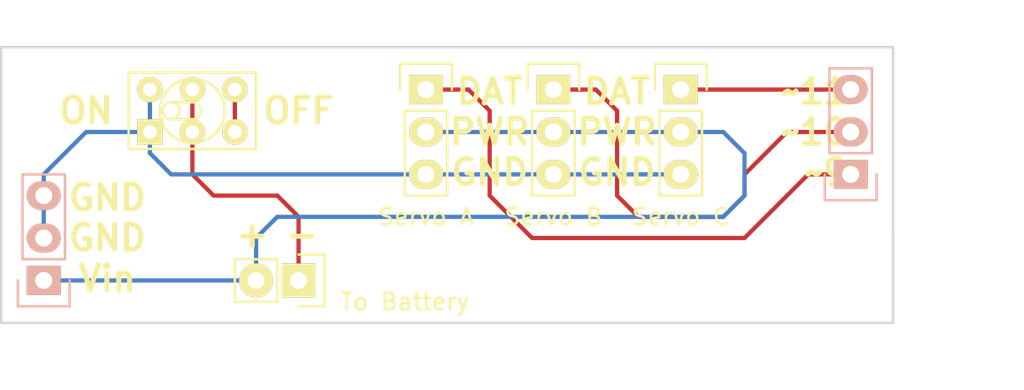
<source format=kicad_pcb>
(kicad_pcb (version 4) (host pcbnew 4.0.2-stable)

  (general
    (links 16)
    (no_connects 0)
    (area 137.084999 78.8872 198.3728 103.8228)
    (thickness 1.6)
    (drawings 12)
    (tracks 46)
    (zones 0)
    (modules 7)
    (nets 8)
  )

  (page A4)
  (layers
    (0 F.Cu signal)
    (31 B.Cu signal)
    (36 B.SilkS user)
    (37 F.SilkS user)
    (38 B.Mask user)
    (39 F.Mask user)
    (40 Dwgs.User user)
    (41 Cmts.User user)
    (42 Eco1.User user)
    (43 Eco2.User user)
    (44 Edge.Cuts user)
    (45 Margin user)
  )

  (setup
    (last_trace_width 0.254)
    (trace_clearance 0.1778)
    (zone_clearance 0.508)
    (zone_45_only no)
    (trace_min 0.2)
    (segment_width 0.2)
    (edge_width 0.15)
    (via_size 0.6)
    (via_drill 0.4)
    (via_min_size 0.4)
    (via_min_drill 0.3)
    (uvia_size 0.3)
    (uvia_drill 0.1)
    (uvias_allowed no)
    (uvia_min_size 0.2)
    (uvia_min_drill 0.1)
    (pcb_text_width 0.3)
    (pcb_text_size 1.5 1.5)
    (mod_edge_width 0.15)
    (mod_text_size 1 1)
    (mod_text_width 0.15)
    (pad_size 1.524 1.524)
    (pad_drill 0.762)
    (pad_to_mask_clearance 0.2)
    (aux_axis_origin 137.16 99.06)
    (grid_origin 137.16 99.06)
    (visible_elements 7FFFFFFF)
    (pcbplotparams
      (layerselection 0x010f0_80000001)
      (usegerberextensions false)
      (excludeedgelayer true)
      (linewidth 0.100000)
      (plotframeref false)
      (viasonmask false)
      (mode 1)
      (useauxorigin false)
      (hpglpennumber 1)
      (hpglpenspeed 20)
      (hpglpendiameter 15)
      (hpglpenoverlay 2)
      (psnegative false)
      (psa4output false)
      (plotreference true)
      (plotvalue true)
      (plotinvisibletext false)
      (padsonsilk false)
      (subtractmaskfromsilk false)
      (outputformat 1)
      (mirror false)
      (drillshape 0)
      (scaleselection 1)
      (outputdirectory gerbers/))
  )

  (net 0 "")
  (net 1 GNDREF)
  (net 2 +5V)
  (net 3 "Net-(P2-Pad1)")
  (net 4 "Net-(P2-Pad3)")
  (net 5 "Net-(P3-Pad2)")
  (net 6 "Net-(P3-Pad3)")
  (net 7 "Net-(SW1-Pad3)")

  (net_class Default "This is the default net class."
    (clearance 0.1778)
    (trace_width 0.254)
    (via_dia 0.6)
    (via_drill 0.4)
    (uvia_dia 0.3)
    (uvia_drill 0.1)
    (add_net +5V)
    (add_net GNDREF)
    (add_net "Net-(P2-Pad1)")
    (add_net "Net-(P2-Pad3)")
    (add_net "Net-(P3-Pad2)")
    (add_net "Net-(P3-Pad3)")
    (add_net "Net-(SW1-Pad3)")
  )

  (module Pin_Headers:Pin_Header_Straight_1x02 (layer F.Cu) (tedit 571DA77F) (tstamp 571D9BA6)
    (at 154.94 96.52 270)
    (descr "Through hole pin header")
    (tags "pin header")
    (path /571D995E)
    (fp_text reference "" (at 6.35 -6.35 270) (layer F.SilkS)
      (effects (font (size 1 1) (thickness 0.15)))
    )
    (fp_text value "To Battery" (at 1.27 -6.35 360) (layer F.SilkS)
      (effects (font (size 1 1) (thickness 0.15)))
    )
    (fp_line (start 1.27 1.27) (end 1.27 3.81) (layer F.SilkS) (width 0.15))
    (fp_line (start 1.55 -1.55) (end 1.55 0) (layer F.SilkS) (width 0.15))
    (fp_line (start -1.75 -1.75) (end -1.75 4.3) (layer F.CrtYd) (width 0.05))
    (fp_line (start 1.75 -1.75) (end 1.75 4.3) (layer F.CrtYd) (width 0.05))
    (fp_line (start -1.75 -1.75) (end 1.75 -1.75) (layer F.CrtYd) (width 0.05))
    (fp_line (start -1.75 4.3) (end 1.75 4.3) (layer F.CrtYd) (width 0.05))
    (fp_line (start 1.27 1.27) (end -1.27 1.27) (layer F.SilkS) (width 0.15))
    (fp_line (start -1.55 0) (end -1.55 -1.55) (layer F.SilkS) (width 0.15))
    (fp_line (start -1.55 -1.55) (end 1.55 -1.55) (layer F.SilkS) (width 0.15))
    (fp_line (start -1.27 1.27) (end -1.27 3.81) (layer F.SilkS) (width 0.15))
    (fp_line (start -1.27 3.81) (end 1.27 3.81) (layer F.SilkS) (width 0.15))
    (pad 1 thru_hole rect (at 0 0 270) (size 2.032 2.032) (drill 1.016) (layers *.Cu *.Mask F.SilkS)
      (net 1 GNDREF))
    (pad 2 thru_hole oval (at 0 2.54 270) (size 2.032 2.032) (drill 1.016) (layers *.Cu *.Mask F.SilkS)
      (net 2 +5V))
    (model Pin_Headers.3dshapes/Pin_Header_Straight_1x02.wrl
      (at (xyz 0 -0.05 0))
      (scale (xyz 1 1 1))
      (rotate (xyz 0 0 90))
    )
  )

  (module Pin_Headers:Pin_Header_Straight_1x03 (layer F.Cu) (tedit 571DA785) (tstamp 571D9BB8)
    (at 162.56 85.09)
    (descr "Through hole pin header")
    (tags "pin header")
    (path /571D94CE)
    (fp_text reference "" (at 0 -5.1) (layer F.SilkS)
      (effects (font (size 1 1) (thickness 0.15)))
    )
    (fp_text value "Servo A" (at 0 7.62) (layer F.SilkS)
      (effects (font (size 1 1) (thickness 0.15)))
    )
    (fp_line (start -1.75 -1.75) (end -1.75 6.85) (layer F.CrtYd) (width 0.05))
    (fp_line (start 1.75 -1.75) (end 1.75 6.85) (layer F.CrtYd) (width 0.05))
    (fp_line (start -1.75 -1.75) (end 1.75 -1.75) (layer F.CrtYd) (width 0.05))
    (fp_line (start -1.75 6.85) (end 1.75 6.85) (layer F.CrtYd) (width 0.05))
    (fp_line (start -1.27 1.27) (end -1.27 6.35) (layer F.SilkS) (width 0.15))
    (fp_line (start -1.27 6.35) (end 1.27 6.35) (layer F.SilkS) (width 0.15))
    (fp_line (start 1.27 6.35) (end 1.27 1.27) (layer F.SilkS) (width 0.15))
    (fp_line (start 1.55 -1.55) (end 1.55 0) (layer F.SilkS) (width 0.15))
    (fp_line (start 1.27 1.27) (end -1.27 1.27) (layer F.SilkS) (width 0.15))
    (fp_line (start -1.55 0) (end -1.55 -1.55) (layer F.SilkS) (width 0.15))
    (fp_line (start -1.55 -1.55) (end 1.55 -1.55) (layer F.SilkS) (width 0.15))
    (pad 1 thru_hole rect (at 0 0) (size 2.032 1.7272) (drill 1.016) (layers *.Cu *.Mask F.SilkS)
      (net 3 "Net-(P2-Pad1)"))
    (pad 2 thru_hole oval (at 0 2.54) (size 2.032 1.7272) (drill 1.016) (layers *.Cu *.Mask F.SilkS)
      (net 2 +5V))
    (pad 3 thru_hole oval (at 0 5.08) (size 2.032 1.7272) (drill 1.016) (layers *.Cu *.Mask F.SilkS)
      (net 4 "Net-(P2-Pad3)"))
    (model Pin_Headers.3dshapes/Pin_Header_Straight_1x03.wrl
      (at (xyz 0 -0.1 0))
      (scale (xyz 1 1 1))
      (rotate (xyz 0 0 90))
    )
  )

  (module Pin_Headers:Pin_Header_Straight_1x03 (layer B.Cu) (tedit 571DA90F) (tstamp 571D9BCA)
    (at 187.96 90.17)
    (descr "Through hole pin header")
    (tags "pin header")
    (path /571D976E)
    (fp_text reference "" (at 10.16 5.08) (layer B.SilkS)
      (effects (font (size 1 1) (thickness 0.15)) (justify mirror))
    )
    (fp_text value "" (at 8.89 1.27 90) (layer B.Fab)
      (effects (font (size 1 1) (thickness 0.15)) (justify mirror))
    )
    (fp_line (start -1.75 1.75) (end -1.75 -6.85) (layer B.CrtYd) (width 0.05))
    (fp_line (start 1.75 1.75) (end 1.75 -6.85) (layer B.CrtYd) (width 0.05))
    (fp_line (start -1.75 1.75) (end 1.75 1.75) (layer B.CrtYd) (width 0.05))
    (fp_line (start -1.75 -6.85) (end 1.75 -6.85) (layer B.CrtYd) (width 0.05))
    (fp_line (start -1.27 -1.27) (end -1.27 -6.35) (layer B.SilkS) (width 0.15))
    (fp_line (start -1.27 -6.35) (end 1.27 -6.35) (layer B.SilkS) (width 0.15))
    (fp_line (start 1.27 -6.35) (end 1.27 -1.27) (layer B.SilkS) (width 0.15))
    (fp_line (start 1.55 1.55) (end 1.55 0) (layer B.SilkS) (width 0.15))
    (fp_line (start 1.27 -1.27) (end -1.27 -1.27) (layer B.SilkS) (width 0.15))
    (fp_line (start -1.55 0) (end -1.55 1.55) (layer B.SilkS) (width 0.15))
    (fp_line (start -1.55 1.55) (end 1.55 1.55) (layer B.SilkS) (width 0.15))
    (pad 1 thru_hole rect (at 0 0) (size 2.032 1.7272) (drill 1.016) (layers *.Cu *.Mask B.SilkS)
      (net 3 "Net-(P2-Pad1)"))
    (pad 2 thru_hole oval (at 0 -2.54) (size 2.032 1.7272) (drill 1.016) (layers *.Cu *.Mask B.SilkS)
      (net 5 "Net-(P3-Pad2)"))
    (pad 3 thru_hole oval (at 0 -5.08) (size 2.032 1.7272) (drill 1.016) (layers *.Cu *.Mask B.SilkS)
      (net 6 "Net-(P3-Pad3)"))
    (model Pin_Headers.3dshapes/Pin_Header_Straight_1x03.wrl
      (at (xyz 0 -0.1 0))
      (scale (xyz 1 1 1))
      (rotate (xyz 0 0 90))
    )
  )

  (module Pin_Headers:Pin_Header_Straight_1x03 (layer F.Cu) (tedit 571DA787) (tstamp 571D9BDC)
    (at 170.18 85.09)
    (descr "Through hole pin header")
    (tags "pin header")
    (path /571D9672)
    (fp_text reference "" (at 0 -5.1) (layer F.SilkS)
      (effects (font (size 1 1) (thickness 0.15)))
    )
    (fp_text value "Servo B" (at 0 7.62) (layer F.SilkS)
      (effects (font (size 1 1) (thickness 0.15)))
    )
    (fp_line (start -1.75 -1.75) (end -1.75 6.85) (layer F.CrtYd) (width 0.05))
    (fp_line (start 1.75 -1.75) (end 1.75 6.85) (layer F.CrtYd) (width 0.05))
    (fp_line (start -1.75 -1.75) (end 1.75 -1.75) (layer F.CrtYd) (width 0.05))
    (fp_line (start -1.75 6.85) (end 1.75 6.85) (layer F.CrtYd) (width 0.05))
    (fp_line (start -1.27 1.27) (end -1.27 6.35) (layer F.SilkS) (width 0.15))
    (fp_line (start -1.27 6.35) (end 1.27 6.35) (layer F.SilkS) (width 0.15))
    (fp_line (start 1.27 6.35) (end 1.27 1.27) (layer F.SilkS) (width 0.15))
    (fp_line (start 1.55 -1.55) (end 1.55 0) (layer F.SilkS) (width 0.15))
    (fp_line (start 1.27 1.27) (end -1.27 1.27) (layer F.SilkS) (width 0.15))
    (fp_line (start -1.55 0) (end -1.55 -1.55) (layer F.SilkS) (width 0.15))
    (fp_line (start -1.55 -1.55) (end 1.55 -1.55) (layer F.SilkS) (width 0.15))
    (pad 1 thru_hole rect (at 0 0) (size 2.032 1.7272) (drill 1.016) (layers *.Cu *.Mask F.SilkS)
      (net 5 "Net-(P3-Pad2)"))
    (pad 2 thru_hole oval (at 0 2.54) (size 2.032 1.7272) (drill 1.016) (layers *.Cu *.Mask F.SilkS)
      (net 2 +5V))
    (pad 3 thru_hole oval (at 0 5.08) (size 2.032 1.7272) (drill 1.016) (layers *.Cu *.Mask F.SilkS)
      (net 4 "Net-(P2-Pad3)"))
    (model Pin_Headers.3dshapes/Pin_Header_Straight_1x03.wrl
      (at (xyz 0 -0.1 0))
      (scale (xyz 1 1 1))
      (rotate (xyz 0 0 90))
    )
  )

  (module Pin_Headers:Pin_Header_Straight_1x03 (layer F.Cu) (tedit 571DA78B) (tstamp 571D9BEE)
    (at 177.8 85.09)
    (descr "Through hole pin header")
    (tags "pin header")
    (path /571D96AA)
    (fp_text reference "" (at 0 -5.1 90) (layer F.SilkS)
      (effects (font (size 1 1) (thickness 0.15)))
    )
    (fp_text value "Servo C" (at 0 7.62) (layer F.SilkS)
      (effects (font (size 1 1) (thickness 0.15)))
    )
    (fp_line (start -1.75 -1.75) (end -1.75 6.85) (layer F.CrtYd) (width 0.05))
    (fp_line (start 1.75 -1.75) (end 1.75 6.85) (layer F.CrtYd) (width 0.05))
    (fp_line (start -1.75 -1.75) (end 1.75 -1.75) (layer F.CrtYd) (width 0.05))
    (fp_line (start -1.75 6.85) (end 1.75 6.85) (layer F.CrtYd) (width 0.05))
    (fp_line (start -1.27 1.27) (end -1.27 6.35) (layer F.SilkS) (width 0.15))
    (fp_line (start -1.27 6.35) (end 1.27 6.35) (layer F.SilkS) (width 0.15))
    (fp_line (start 1.27 6.35) (end 1.27 1.27) (layer F.SilkS) (width 0.15))
    (fp_line (start 1.55 -1.55) (end 1.55 0) (layer F.SilkS) (width 0.15))
    (fp_line (start 1.27 1.27) (end -1.27 1.27) (layer F.SilkS) (width 0.15))
    (fp_line (start -1.55 0) (end -1.55 -1.55) (layer F.SilkS) (width 0.15))
    (fp_line (start -1.55 -1.55) (end 1.55 -1.55) (layer F.SilkS) (width 0.15))
    (pad 1 thru_hole rect (at 0 0) (size 2.032 1.7272) (drill 1.016) (layers *.Cu *.Mask F.SilkS)
      (net 6 "Net-(P3-Pad3)"))
    (pad 2 thru_hole oval (at 0 2.54) (size 2.032 1.7272) (drill 1.016) (layers *.Cu *.Mask F.SilkS)
      (net 2 +5V))
    (pad 3 thru_hole oval (at 0 5.08) (size 2.032 1.7272) (drill 1.016) (layers *.Cu *.Mask F.SilkS)
      (net 4 "Net-(P2-Pad3)"))
    (model Pin_Headers.3dshapes/Pin_Header_Straight_1x03.wrl
      (at (xyz 0 -0.1 0))
      (scale (xyz 1 1 1))
      (rotate (xyz 0 0 90))
    )
  )

  (module Pin_Headers:Pin_Header_Straight_1x03 (layer B.Cu) (tedit 571DA797) (tstamp 571D9C00)
    (at 139.7 96.52)
    (descr "Through hole pin header")
    (tags "pin header")
    (path /571D9C0E)
    (fp_text reference "" (at 0 5.1) (layer B.SilkS)
      (effects (font (size 1 1) (thickness 0.15)) (justify mirror))
    )
    (fp_text value "" (at 2.54 6.35) (layer B.Fab)
      (effects (font (size 1 1) (thickness 0.15)) (justify mirror))
    )
    (fp_line (start -1.75 1.75) (end -1.75 -6.85) (layer B.CrtYd) (width 0.05))
    (fp_line (start 1.75 1.75) (end 1.75 -6.85) (layer B.CrtYd) (width 0.05))
    (fp_line (start -1.75 1.75) (end 1.75 1.75) (layer B.CrtYd) (width 0.05))
    (fp_line (start -1.75 -6.85) (end 1.75 -6.85) (layer B.CrtYd) (width 0.05))
    (fp_line (start -1.27 -1.27) (end -1.27 -6.35) (layer B.SilkS) (width 0.15))
    (fp_line (start -1.27 -6.35) (end 1.27 -6.35) (layer B.SilkS) (width 0.15))
    (fp_line (start 1.27 -6.35) (end 1.27 -1.27) (layer B.SilkS) (width 0.15))
    (fp_line (start 1.55 1.55) (end 1.55 0) (layer B.SilkS) (width 0.15))
    (fp_line (start 1.27 -1.27) (end -1.27 -1.27) (layer B.SilkS) (width 0.15))
    (fp_line (start -1.55 0) (end -1.55 1.55) (layer B.SilkS) (width 0.15))
    (fp_line (start -1.55 1.55) (end 1.55 1.55) (layer B.SilkS) (width 0.15))
    (pad 1 thru_hole rect (at 0 0) (size 2.032 1.7272) (drill 1.016) (layers *.Cu *.Mask B.SilkS)
      (net 2 +5V))
    (pad 2 thru_hole oval (at 0 -2.54) (size 2.032 1.7272) (drill 1.016) (layers *.Cu *.Mask B.SilkS)
      (net 4 "Net-(P2-Pad3)"))
    (pad 3 thru_hole oval (at 0 -5.08) (size 2.032 1.7272) (drill 1.016) (layers *.Cu *.Mask B.SilkS)
      (net 4 "Net-(P2-Pad3)"))
    (model Pin_Headers.3dshapes/Pin_Header_Straight_1x03.wrl
      (at (xyz 0 -0.1 0))
      (scale (xyz 1 1 1))
      (rotate (xyz 0 0 90))
    )
  )

  (module Buttons_Switches_ThroughHole:SW_NKK_G1xJP (layer F.Cu) (tedit 571DA793) (tstamp 571DA2B2)
    (at 148.59 86.36)
    (descr "Switch Nikkai ref G1xJP")
    (tags "SWITCH DEV TOGGLE ILLUM SPDT")
    (path /571DBD8A)
    (fp_text reference "" (at 2.54 -6.35) (layer F.SilkS)
      (effects (font (size 1 1) (thickness 0.15)))
    )
    (fp_text value "" (at 0 -5.08) (layer F.Fab)
      (effects (font (size 1 1) (thickness 0.15)))
    )
    (fp_circle (center -1.27 0) (end -1.778 0) (layer F.SilkS) (width 0.15))
    (fp_line (start 0 0.508) (end -1.27 0.508) (layer F.SilkS) (width 0.15))
    (fp_line (start -1.27 -0.508) (end 0 -0.508) (layer F.SilkS) (width 0.15))
    (fp_arc (start 0 0) (end 0 -0.508) (angle 90) (layer F.SilkS) (width 0.15))
    (fp_arc (start 0 0) (end 0.508 0) (angle 90) (layer F.SilkS) (width 0.15))
    (fp_circle (center 0 0) (end -0.762 -1.778) (layer F.SilkS) (width 0.15))
    (fp_line (start 3.81 -2.286) (end 3.81 2.286) (layer F.SilkS) (width 0.15))
    (fp_line (start -3.81 -2.286) (end -3.81 2.286) (layer F.SilkS) (width 0.15))
    (fp_line (start -3.81 -2.286) (end 3.81 -2.286) (layer F.SilkS) (width 0.15))
    (fp_line (start 3.81 2.286) (end -3.81 2.286) (layer F.SilkS) (width 0.15))
    (pad 1 thru_hole rect (at -2.54 1.27) (size 1.524 1.524) (drill 0.8128) (layers *.Cu *.Mask F.SilkS)
      (net 4 "Net-(P2-Pad3)"))
    (pad 2 thru_hole circle (at 0 1.27) (size 1.524 1.524) (drill 0.8128) (layers *.Cu *.Mask F.SilkS)
      (net 1 GNDREF))
    (pad 3 thru_hole circle (at 2.54 1.27) (size 1.524 1.524) (drill 0.8128) (layers *.Cu *.Mask F.SilkS)
      (net 7 "Net-(SW1-Pad3)"))
    (pad 4 thru_hole circle (at 2.54 -1.27) (size 1.524 1.524) (drill 0.8128) (layers *.Cu *.Mask F.SilkS)
      (net 7 "Net-(SW1-Pad3)"))
    (pad 5 thru_hole circle (at 0 -1.27) (size 1.524 1.524) (drill 0.8128) (layers *.Cu *.Mask F.SilkS)
      (net 1 GNDREF))
    (pad 6 thru_hole circle (at -2.54 -1.27) (size 1.524 1.524) (drill 0.8128) (layers *.Cu *.Mask F.SilkS)
      (net 4 "Net-(P2-Pad3)"))
    (model Buttons_Switches_ThroughHole.3dshapes/SW_NKK_G1xJP.wrl
      (at (xyz 0 0 0))
      (scale (xyz 0.33 0.33 0.33))
      (rotate (xyz 0 0 0))
    )
  )

  (gr_line (start 190.5 99.06) (end 137.16 99.06) (angle 90) (layer Edge.Cuts) (width 0.15))
  (gr_line (start 190.5 99.06) (end 190.5 93.98) (angle 90) (layer Edge.Cuts) (width 0.15))
  (gr_line (start 190.5 82.55) (end 190.5 99.06) (angle 90) (layer Edge.Cuts) (width 0.15))
  (gr_text "DAT\nPWR\nGND" (at 173.99 87.63) (layer F.SilkS)
    (effects (font (size 1.5 1.5) (thickness 0.3)))
  )
  (gr_text "DAT\nPWR\nGND" (at 166.37 87.63) (layer F.SilkS)
    (effects (font (size 1.5 1.5) (thickness 0.3)))
  )
  (gr_text "~~11\n~~10\n~~9" (at 187.96 87.63) (layer F.SilkS)
    (effects (font (size 1.5 1.5) (thickness 0.3)) (justify right))
  )
  (gr_text OFF (at 154.94 86.36) (layer F.SilkS)
    (effects (font (size 1.5 1.5) (thickness 0.3)))
  )
  (gr_text ON (at 142.24 86.36) (layer F.SilkS)
    (effects (font (size 1.5 1.5) (thickness 0.3)))
  )
  (gr_text "+ -" (at 153.67 93.98 180) (layer F.SilkS)
    (effects (font (size 1.5 1.5) (thickness 0.3)) (justify mirror))
  )
  (gr_text "GND\nGND\nVin" (at 143.51 93.98) (layer F.SilkS)
    (effects (font (size 1.5 1.5) (thickness 0.3)))
  )
  (gr_line (start 190.5 82.55) (end 137.16 82.55) (angle 90) (layer Edge.Cuts) (width 0.15))
  (gr_line (start 137.16 82.55) (end 137.16 99.06) (angle 90) (layer Edge.Cuts) (width 0.15))

  (segment (start 154.94 96.52) (end 154.94 92.71) (width 0.254) (layer F.Cu) (net 1))
  (segment (start 148.59 90.17) (end 148.59 87.63) (width 0.254) (layer F.Cu) (net 1) (tstamp 571DA4C6))
  (segment (start 149.86 91.44) (end 148.59 90.17) (width 0.254) (layer F.Cu) (net 1) (tstamp 571DA4C4))
  (segment (start 153.67 91.44) (end 149.86 91.44) (width 0.254) (layer F.Cu) (net 1) (tstamp 571DA4C2))
  (segment (start 154.94 92.71) (end 153.67 91.44) (width 0.254) (layer F.Cu) (net 1) (tstamp 571DA4C1))
  (segment (start 148.59 85.09) (end 148.59 87.63) (width 0.254) (layer F.Cu) (net 1))
  (segment (start 152.4 96.52) (end 139.7 96.52) (width 0.254) (layer B.Cu) (net 2))
  (segment (start 177.8 87.63) (end 180.34 87.63) (width 0.254) (layer B.Cu) (net 2))
  (segment (start 152.4 93.98) (end 152.4 96.52) (width 0.254) (layer B.Cu) (net 2) (tstamp 571DA4F5))
  (segment (start 153.67 92.71) (end 152.4 93.98) (width 0.254) (layer B.Cu) (net 2) (tstamp 571DA4F3))
  (segment (start 154.94 92.71) (end 153.67 92.71) (width 0.254) (layer B.Cu) (net 2) (tstamp 571DA4EE))
  (segment (start 180.34 92.71) (end 154.94 92.71) (width 0.254) (layer B.Cu) (net 2) (tstamp 571DA4EC))
  (segment (start 181.61 91.44) (end 180.34 92.71) (width 0.254) (layer B.Cu) (net 2) (tstamp 571DA4EA))
  (segment (start 181.61 88.9) (end 181.61 91.44) (width 0.254) (layer B.Cu) (net 2) (tstamp 571DA4E8))
  (segment (start 180.34 87.63) (end 181.61 88.9) (width 0.254) (layer B.Cu) (net 2) (tstamp 571DA4E5))
  (segment (start 170.18 87.63) (end 177.8 87.63) (width 0.254) (layer B.Cu) (net 2))
  (segment (start 170.18 87.63) (end 162.56 87.63) (width 0.254) (layer B.Cu) (net 2) (tstamp 571DA3E1))
  (segment (start 187.96 90.17) (end 185.42 90.17) (width 0.254) (layer F.Cu) (net 3))
  (segment (start 165.1 85.09) (end 162.56 85.09) (width 0.254) (layer F.Cu) (net 3))
  (segment (start 165.1 85.09) (end 166.37 86.36) (width 0.254) (layer F.Cu) (net 3) (tstamp 571DA3FE))
  (segment (start 166.37 86.36) (end 166.37 91.44) (width 0.254) (layer F.Cu) (net 3) (tstamp 571DA3FF))
  (segment (start 166.37 91.44) (end 168.91 93.98) (width 0.254) (layer F.Cu) (net 3) (tstamp 571DA400))
  (segment (start 168.91 93.98) (end 181.61 93.98) (width 0.254) (layer F.Cu) (net 3) (tstamp 571DA401))
  (segment (start 181.61 93.98) (end 184.15 91.44) (width 0.254) (layer F.Cu) (net 3) (tstamp 571DA402))
  (segment (start 184.15 91.44) (end 185.42 90.17) (width 0.254) (layer F.Cu) (net 3) (tstamp 571DA404))
  (segment (start 170.18 90.17) (end 177.8 90.17) (width 0.254) (layer B.Cu) (net 4))
  (segment (start 162.56 90.17) (end 170.18 90.17) (width 0.254) (layer B.Cu) (net 4))
  (segment (start 146.05 87.63) (end 146.05 88.9) (width 0.254) (layer B.Cu) (net 4))
  (segment (start 147.32 90.17) (end 162.56 90.17) (width 0.254) (layer B.Cu) (net 4) (tstamp 571DA3C7))
  (segment (start 146.05 88.9) (end 147.32 90.17) (width 0.254) (layer B.Cu) (net 4) (tstamp 571DA3C5))
  (segment (start 146.05 87.63) (end 146.05 85.09) (width 0.254) (layer B.Cu) (net 4))
  (segment (start 139.7 91.44) (end 139.7 90.17) (width 0.254) (layer B.Cu) (net 4))
  (segment (start 142.24 87.63) (end 146.05 87.63) (width 0.254) (layer B.Cu) (net 4) (tstamp 571DA3BF))
  (segment (start 139.7 90.17) (end 142.24 87.63) (width 0.254) (layer B.Cu) (net 4) (tstamp 571DA3BD))
  (segment (start 139.7 93.98) (end 139.7 91.44) (width 0.254) (layer B.Cu) (net 4))
  (segment (start 187.96 87.63) (end 184.15 87.63) (width 0.254) (layer F.Cu) (net 5))
  (segment (start 181.61 90.17) (end 184.15 87.63) (width 0.254) (layer F.Cu) (net 5) (tstamp 571DA3F8))
  (segment (start 181.61 91.44) (end 181.61 90.17) (width 0.254) (layer F.Cu) (net 5) (tstamp 571DA3F6))
  (segment (start 180.34 92.71) (end 181.61 91.44) (width 0.254) (layer F.Cu) (net 5) (tstamp 571DA3F4))
  (segment (start 175.26 92.71) (end 180.34 92.71) (width 0.254) (layer F.Cu) (net 5) (tstamp 571DA3F1))
  (segment (start 173.99 91.44) (end 175.26 92.71) (width 0.254) (layer F.Cu) (net 5) (tstamp 571DA3EF))
  (segment (start 173.99 86.36) (end 173.99 91.44) (width 0.254) (layer F.Cu) (net 5) (tstamp 571DA3ED))
  (segment (start 172.72 85.09) (end 173.99 86.36) (width 0.254) (layer F.Cu) (net 5) (tstamp 571DA3EA))
  (segment (start 172.72 85.09) (end 170.18 85.09) (width 0.254) (layer F.Cu) (net 5))
  (segment (start 177.8 85.09) (end 187.96 85.09) (width 0.254) (layer F.Cu) (net 6))
  (segment (start 151.13 85.09) (end 151.13 87.63) (width 0.254) (layer F.Cu) (net 7))

)

</source>
